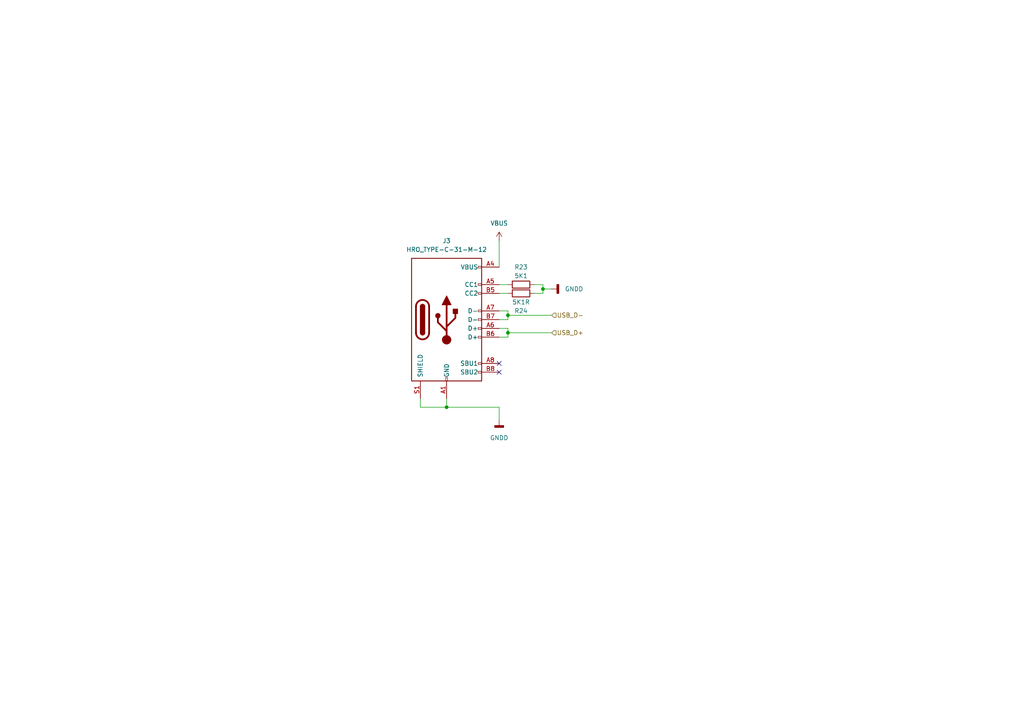
<source format=kicad_sch>
(kicad_sch (version 20211123) (generator eeschema)
  (paper "A4")
  (lib_symbols
    (symbol "Device:R" (pin_numbers hide) (pin_names (offset 0))
      (property "Reference" "R" (at 2.032 0 90))
      (property "Value" "R" (at 0 0 90))
      (symbol "R_0_1"
        (rectangle (start -1.016 -2.54) (end 1.016 2.54) (stroke (width 0.254)))
      )
      (symbol "R_1_1"
        (pin passive line (at 0 3.81 270) (length 1.27) (name "~") (number "1"))
        (pin passive line (at 0 -3.81 90) (length 1.27) (name "~") (number "2"))
      )
    )
    (symbol "USB:HRO_TYPE-C-31-M-12" (pin_names (offset 1.016))
      (property "Reference" "J" (at -10.16 19.05 0))
      (property "Value" "HRO_TYPE-C-31-M-12" (at 19.05 19.05 0))
      (symbol "HRO_TYPE-C-31-M-12_0_0"
        (rectangle (start -0.254 -17.78) (end 0.254 -16.764))
        (rectangle (start 10.16 -14.986) (end 9.144 -15.494))
        (rectangle (start 10.16 -12.446) (end 9.144 -12.954))
        (rectangle (start 10.16 -4.826) (end 9.144 -5.334))
        (rectangle (start 10.16 -2.286) (end 9.144 -2.794))
        (rectangle (start 10.16 0.254) (end 9.144 -0.254))
        (rectangle (start 10.16 2.794) (end 9.144 2.286))
        (rectangle (start 10.16 7.874) (end 9.144 7.366))
        (rectangle (start 10.16 10.414) (end 9.144 9.906))
        (rectangle (start 10.16 15.494) (end 9.144 14.986))
      )
      (symbol "HRO_TYPE-C-31-M-12_0_1"
        (rectangle (start -10.16 17.78) (end 10.16 -17.78) (stroke (width 0.254)))
        (arc (start -8.89 -3.81) (mid -6.985 -5.715) (end -5.08 -3.81) (stroke (width 0.508)))
        (arc (start -7.62 -3.81) (mid -6.985 -4.445) (end -6.35 -3.81) (stroke (width 0.254)))
        (arc (start -7.62 -3.81) (mid -6.985 -4.445) (end -6.35 -3.81) (stroke (width 0.254)) (fill (type outline)))
        (rectangle (start -7.62 -3.81) (end -6.35 3.81) (stroke (width 0.254)) (fill (type outline)))
        (arc (start -6.35 3.81) (mid -6.985 4.445) (end -7.62 3.81) (stroke (width 0.254)))
        (arc (start -6.35 3.81) (mid -6.985 4.445) (end -7.62 3.81) (stroke (width 0.254)) (fill (type outline)))
        (arc (start -5.08 3.81) (mid -6.985 5.715) (end -8.89 3.81) (stroke (width 0.508)))
        (circle (center -2.54 1.143) (radius 0.635) (stroke (width 0.254)) (fill (type outline)))
        (circle (center 0 -5.842) (radius 1.27) (fill (type outline)))
        (polyline (pts (xy -8.89 -3.81) (xy -8.89 3.81)) (stroke (width 0.508)))
        (polyline (pts (xy -5.08 3.81) (xy -5.08 -3.81)) (stroke (width 0.508)))
        (polyline (pts (xy 0 -5.842) (xy 0 4.318)) (stroke (width 0.508)))
        (polyline (pts (xy 0 -3.302) (xy -2.54 -0.762) (xy -2.54 0.508)) (stroke (width 0.508)))
        (polyline (pts (xy 0 -2.032) (xy 2.54 0.508) (xy 2.54 1.778)) (stroke (width 0.508)))
        (polyline (pts (xy -1.27 4.318) (xy 0 6.858) (xy 1.27 4.318) (xy -1.27 4.318)) (stroke (width 0.254)) (fill (type outline)))
        (rectangle (start 1.905 1.778) (end 3.175 3.048) (stroke (width 0.254)) (fill (type outline)))
      )
      (symbol "HRO_TYPE-C-31-M-12_1_1"
        (pin power_in line (at 0 -22.86 90) (length 5.08) (name "GND") (number "A1"))
        (pin passive line (at 0 -22.86 90) (length 5.08) hide (name "GND") (number "A12"))
        (pin power_in line (at 15.24 15.24 180) (length 5.08) (name "VBUS") (number "A4"))
        (pin bidirectional line (at 15.24 10.16 180) (length 5.08) (name "CC1") (number "A5"))
        (pin bidirectional line (at 15.24 -2.54 180) (length 5.08) (name "D+") (number "A6"))
        (pin bidirectional line (at 15.24 2.54 180) (length 5.08) (name "D-") (number "A7"))
        (pin bidirectional line (at 15.24 -12.7 180) (length 5.08) (name "SBU1") (number "A8"))
        (pin passive line (at 15.24 15.24 180) (length 5.08) hide (name "VBUS") (number "A9"))
        (pin passive line (at 0 -22.86 90) (length 5.08) hide (name "GND") (number "B1"))
        (pin passive line (at 0 -22.86 90) (length 5.08) hide (name "GND") (number "B12"))
        (pin passive line (at 15.24 15.24 180) (length 5.08) hide (name "VBUS") (number "B4"))
        (pin bidirectional line (at 15.24 7.62 180) (length 5.08) (name "CC2") (number "B5"))
        (pin bidirectional line (at 15.24 -5.08 180) (length 5.08) (name "D+") (number "B6"))
        (pin bidirectional line (at 15.24 0 180) (length 5.08) (name "D-") (number "B7"))
        (pin bidirectional line (at 15.24 -15.24 180) (length 5.08) (name "SBU2") (number "B8"))
        (pin passive line (at 15.24 15.24 180) (length 5.08) hide (name "VBUS") (number "B9"))
        (pin passive line (at -7.62 -22.86 90) (length 5.08) (name "SHIELD") (number "S1"))
      )
    )
    (symbol "power:GNDD" (power) (pin_names (offset 0))
      (property "Value" "GNDD" (at 0 -3.175 0))
      (symbol "GNDD_0_1"
        (rectangle (start -1.27 -1.524) (end 1.27 -2.032) (stroke (width 0.254)) (fill (type outline)))
        (polyline (pts (xy 0 0) (xy 0 -1.524)))
      )
      (symbol "GNDD_1_1"
        (pin power_in line (at 0 0 270) (length 0) hide (name "GNDD") (number "1"))
      )
    )
    (symbol "power:VBUS" (power) (pin_names (offset 0))
      (property "Value" "VBUS" (at 0 3.81 0))
      (symbol "VBUS_0_1"
        (polyline (pts (xy -0.762 1.27) (xy 0 2.54)))
        (polyline (pts (xy 0 0) (xy 0 2.54)))
        (polyline (pts (xy 0 2.54) (xy 0.762 1.27)))
      )
      (symbol "VBUS_1_1"
        (pin power_in line (at 0 0 90) (length 0) hide (name "VBUS") (number "1"))
      )
    )
  )
  (junction (at 129.54 118.11))
  (junction (at 147.32 96.52))
  (junction (at 147.32 91.44))
  (junction (at 157.48 83.82))
  (no_connect (at 144.78 105.41))
  (no_connect (at 144.78 107.95))
  (wire (pts (xy 147.32 97.79) (xy 144.78 97.79)))
  (wire (pts (xy 147.32 92.71) (xy 144.78 92.71)))
  (wire (pts (xy 157.48 82.55) (xy 157.48 83.82)))
  (wire (pts (xy 129.54 118.11) (xy 144.78 118.11)))
  (wire (pts (xy 121.92 115.57) (xy 121.92 118.11)))
  (wire (pts (xy 157.48 83.82) (xy 160.02 83.82)))
  (wire (pts (xy 154.94 82.55) (xy 157.48 82.55)))
  (wire (pts (xy 121.92 118.11) (xy 129.54 118.11)))
  (wire (pts (xy 157.48 83.82) (xy 157.48 85.09)))
  (wire (pts (xy 147.32 96.52) (xy 160.02 96.52)))
  (wire (pts (xy 144.78 118.11) (xy 144.78 121.92)))
  (wire (pts (xy 144.78 85.09) (xy 147.32 85.09)))
  (wire (pts (xy 147.32 90.17) (xy 147.32 91.44)))
  (wire (pts (xy 147.32 91.44) (xy 147.32 92.71)))
  (wire (pts (xy 144.78 69.85) (xy 144.78 77.47)))
  (wire (pts (xy 144.78 95.25) (xy 147.32 95.25)))
  (wire (pts (xy 147.32 91.44) (xy 160.02 91.44)))
  (wire (pts (xy 129.54 115.57) (xy 129.54 118.11)))
  (wire (pts (xy 144.78 90.17) (xy 147.32 90.17)))
  (wire (pts (xy 157.48 85.09) (xy 154.94 85.09)))
  (wire (pts (xy 144.78 82.55) (xy 147.32 82.55)))
  (wire (pts (xy 147.32 96.52) (xy 147.32 97.79)))
  (wire (pts (xy 147.32 95.25) (xy 147.32 96.52)))
  (hierarchical_label "USB_D+" (shape input) (at 160.02 96.52 0))
  (hierarchical_label "USB_D-" (shape input) (at 160.02 91.44 0))
  (symbol (lib_id "Device:R") (at 151.13 85.09 90) (unit 1)
    (property "Reference" "R24" (at 151.13 90.17 90))
    (property "Value" "5K1R" (at 151.13 87.63 90))
    (property "Footprint" "Resistor_SMD:R_0402_1005Metric" (effects hide))
  )
  (symbol (lib_id "power:GNDD") (at 160.02 83.82 90) (unit 1)
    (property "Reference" "#PWR018" (effects hide))
  )
  (symbol (lib_id "USB:HRO_TYPE-C-31-M-12") (at 129.54 92.71 0) (unit 1)
    (property "Reference" "J3" (at 129.54 69.85 0))
    (property "Value" "HRO_TYPE-C-31-M-12" (at 129.54 72.39 0))
    (property "Footprint" "USB:HRO_TYPE-C-31-M-12" (effects hide))
  )
  (symbol (lib_id "Device:R") (at 151.13 82.55 90) (unit 1)
    (property "Reference" "R23" (at 151.13 77.47 90))
    (property "Value" "5K1" (at 151.13 80.01 90))
    (property "Footprint" "Resistor_SMD:R_0402_1005Metric" (effects hide))
  )
  (symbol (lib_id "power:GNDD") (at 144.78 121.92 0) (unit 1)
    (property "Reference" "#PWR017" (effects hide))
  )
  (symbol (lib_id "power:VBUS") (at 144.78 69.85 0) (unit 1)
    (property "Reference" "#PWR016" (effects hide))
    (property "Value" "VBUS" (at 144.78 64.77 0))
  )
)
</source>
